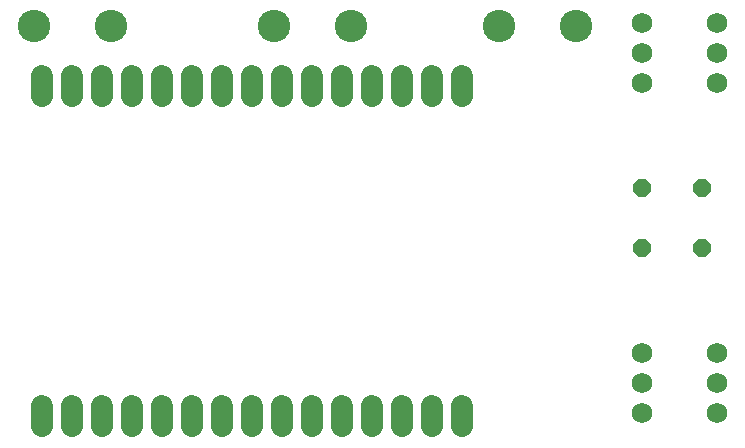
<source format=gbr>
G04 EAGLE Gerber RS-274X export*
G75*
%MOMM*%
%FSLAX34Y34*%
%LPD*%
%INSoldermask Bottom*%
%IPPOS*%
%AMOC8*
5,1,8,0,0,1.08239X$1,22.5*%
G01*
%ADD10C,1.727200*%
%ADD11P,1.649562X8X22.500000*%
%ADD12C,2.743200*%
%ADD13C,1.879600*%


D10*
X546100Y317500D03*
X546100Y342900D03*
X546100Y368300D03*
X609600Y38100D03*
X609600Y63500D03*
X609600Y88900D03*
X609600Y317500D03*
X609600Y342900D03*
X609600Y368300D03*
X546100Y38100D03*
X546100Y63500D03*
X546100Y88900D03*
D11*
X546100Y228600D03*
X596900Y228600D03*
X546100Y177800D03*
X596900Y177800D03*
D12*
X31000Y365000D03*
X96000Y365000D03*
X424700Y365000D03*
X489700Y365000D03*
X234200Y365000D03*
X299200Y365000D03*
D13*
X393700Y322682D02*
X393700Y305918D01*
X368300Y305918D02*
X368300Y322682D01*
X342900Y322682D02*
X342900Y305918D01*
X317500Y305918D02*
X317500Y322682D01*
X292100Y322682D02*
X292100Y305918D01*
X266700Y305918D02*
X266700Y322682D01*
X241300Y322682D02*
X241300Y305918D01*
X215900Y305918D02*
X215900Y322682D01*
X190500Y322682D02*
X190500Y305918D01*
X165100Y305918D02*
X165100Y322682D01*
X139700Y322682D02*
X139700Y305918D01*
X114300Y305918D02*
X114300Y322682D01*
X88900Y322682D02*
X88900Y305918D01*
X63500Y305918D02*
X63500Y322682D01*
X38100Y322682D02*
X38100Y305918D01*
X38100Y43282D02*
X38100Y26518D01*
X63500Y26518D02*
X63500Y43282D01*
X88900Y43282D02*
X88900Y26518D01*
X114300Y26518D02*
X114300Y43282D01*
X139700Y43282D02*
X139700Y26518D01*
X165100Y26518D02*
X165100Y43282D01*
X190500Y43282D02*
X190500Y26518D01*
X215900Y26518D02*
X215900Y43282D01*
X241300Y43282D02*
X241300Y26518D01*
X266700Y26518D02*
X266700Y43282D01*
X292100Y43282D02*
X292100Y26518D01*
X317500Y26518D02*
X317500Y43282D01*
X342900Y43282D02*
X342900Y26518D01*
X368300Y26518D02*
X368300Y43282D01*
X393700Y43282D02*
X393700Y26518D01*
M02*

</source>
